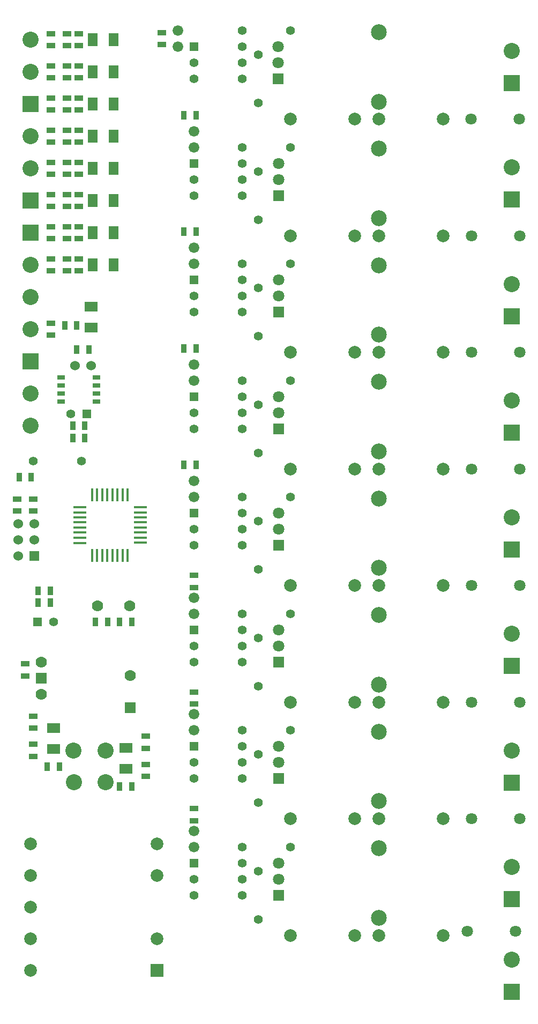
<source format=gbs>
G04 (created by PCBNEW (2013-07-07 BZR 4022)-stable) date 2014.08.18 14:47:36*
%MOIN*%
G04 Gerber Fmt 3.4, Leading zero omitted, Abs format*
%FSLAX34Y34*%
G01*
G70*
G90*
G04 APERTURE LIST*
%ADD10C,0.00590551*%
%ADD11C,0.1*%
%ADD12R,0.1X0.1*%
%ADD13R,0.0787X0.0177*%
%ADD14R,0.0177X0.0787*%
%ADD15R,0.0708661X0.0708661*%
%ADD16C,0.0708661*%
%ADD17R,0.0787402X0.0787402*%
%ADD18C,0.0787402*%
%ADD19R,0.05X0.025*%
%ADD20R,0.06X0.08*%
%ADD21R,0.08X0.06*%
%ADD22R,0.055X0.035*%
%ADD23R,0.035X0.055*%
%ADD24R,0.06X0.06*%
%ADD25C,0.06*%
%ADD26C,0.07*%
%ADD27R,0.07X0.07*%
%ADD28C,0.066*%
%ADD29R,0.055X0.055*%
%ADD30C,0.055*%
%ADD31C,0.0787*%
%ADD32C,0.0984252*%
G04 APERTURE END LIST*
G54D10*
G54D11*
X28250Y-57500D03*
X26250Y-57500D03*
X28234Y-59484D03*
X26266Y-59484D03*
X23578Y-27318D03*
X23578Y-29318D03*
G54D12*
X23578Y-25318D03*
G54D11*
X23578Y-31318D03*
G54D13*
X30396Y-44593D03*
X30396Y-44278D03*
X30396Y-43963D03*
X30396Y-43648D03*
X30396Y-43333D03*
X30396Y-43018D03*
X30396Y-42703D03*
X30396Y-42388D03*
X26630Y-42390D03*
X26630Y-44600D03*
X26630Y-44280D03*
X26630Y-43960D03*
X26630Y-43650D03*
X26630Y-43330D03*
X26630Y-43020D03*
X26630Y-42700D03*
G54D14*
X29612Y-41600D03*
X29298Y-41600D03*
X28982Y-41600D03*
X28668Y-41600D03*
X28352Y-41600D03*
X28038Y-41600D03*
X27722Y-41600D03*
X27408Y-41600D03*
X29610Y-45380D03*
X29300Y-45380D03*
X28980Y-45380D03*
X28670Y-45380D03*
X28360Y-45380D03*
X28040Y-45380D03*
X27720Y-45380D03*
X27400Y-45380D03*
G54D15*
X39000Y-23000D03*
G54D16*
X39000Y-22000D03*
X39000Y-21000D03*
G54D15*
X39000Y-37500D03*
G54D16*
X39000Y-36500D03*
X39000Y-35500D03*
G54D15*
X39000Y-52000D03*
G54D16*
X39000Y-51000D03*
X39000Y-50000D03*
G54D15*
X39000Y-59250D03*
G54D16*
X39000Y-58250D03*
X39000Y-57250D03*
G54D15*
X38980Y-15755D03*
G54D16*
X38980Y-14755D03*
X38980Y-13755D03*
G54D15*
X39000Y-44750D03*
G54D16*
X39000Y-43750D03*
X39000Y-42750D03*
G54D15*
X39000Y-66500D03*
G54D16*
X39000Y-65500D03*
X39000Y-64500D03*
G54D15*
X39000Y-30250D03*
G54D16*
X39000Y-29250D03*
X39000Y-28250D03*
G54D17*
X31437Y-71187D03*
G54D18*
X31437Y-69218D03*
X31437Y-65281D03*
X31437Y-63312D03*
X23562Y-63312D03*
X23562Y-65281D03*
X23562Y-67250D03*
X23562Y-69218D03*
X23562Y-71187D03*
G54D19*
X27678Y-34318D03*
X27678Y-34818D03*
X27678Y-35318D03*
X27678Y-35818D03*
X25478Y-35818D03*
X25478Y-35318D03*
X25478Y-34818D03*
X25478Y-34318D03*
G54D20*
X28728Y-19318D03*
X27428Y-19318D03*
X28728Y-21318D03*
X27428Y-21318D03*
X28728Y-23318D03*
X27428Y-23318D03*
X28728Y-13318D03*
X27428Y-13318D03*
X28728Y-17318D03*
X27428Y-17318D03*
X28728Y-15318D03*
X27428Y-15318D03*
X28728Y-27318D03*
X27428Y-27318D03*
G54D21*
X25000Y-57400D03*
X25000Y-56100D03*
G54D20*
X28728Y-25318D03*
X27428Y-25318D03*
G54D21*
X27328Y-29918D03*
X27328Y-31218D03*
X29500Y-58650D03*
X29500Y-57350D03*
G54D22*
X23250Y-52125D03*
X23250Y-52875D03*
X23750Y-41875D03*
X23750Y-42625D03*
G54D23*
X23625Y-40500D03*
X22875Y-40500D03*
X26453Y-32568D03*
X27203Y-32568D03*
G54D22*
X22750Y-42625D03*
X22750Y-41875D03*
G54D23*
X29125Y-49500D03*
X29875Y-49500D03*
G54D22*
X23750Y-56125D03*
X23750Y-55375D03*
X30750Y-57375D03*
X30750Y-56625D03*
G54D23*
X24056Y-48328D03*
X24806Y-48328D03*
X24056Y-47578D03*
X24806Y-47578D03*
X26953Y-37318D03*
X26203Y-37318D03*
X26953Y-38068D03*
X26203Y-38068D03*
G54D22*
X23750Y-57125D03*
X23750Y-57875D03*
X30750Y-58375D03*
X30750Y-59125D03*
X24828Y-31693D03*
X24828Y-30943D03*
G54D23*
X25703Y-31068D03*
X26453Y-31068D03*
X33125Y-32500D03*
X33875Y-32500D03*
G54D22*
X24828Y-17693D03*
X24828Y-16943D03*
X25828Y-19693D03*
X25828Y-18943D03*
X26578Y-18943D03*
X26578Y-19693D03*
X24828Y-19693D03*
X24828Y-18943D03*
X25828Y-21693D03*
X25828Y-20943D03*
X26578Y-20943D03*
X26578Y-21693D03*
X24828Y-21693D03*
X24828Y-20943D03*
X25828Y-23693D03*
X25828Y-22943D03*
X26578Y-22943D03*
X26578Y-23693D03*
X24828Y-23693D03*
X24828Y-22943D03*
G54D23*
X28375Y-49500D03*
X27625Y-49500D03*
X33125Y-25250D03*
X33875Y-25250D03*
G54D22*
X33750Y-61125D03*
X33750Y-61875D03*
X33750Y-53875D03*
X33750Y-54625D03*
X33750Y-46625D03*
X33750Y-47375D03*
G54D23*
X33125Y-39750D03*
X33875Y-39750D03*
X33125Y-18000D03*
X33875Y-18000D03*
G54D22*
X31730Y-13630D03*
X31730Y-12880D03*
X26578Y-16943D03*
X26578Y-17693D03*
X25828Y-25693D03*
X25828Y-24943D03*
X26578Y-24943D03*
X26578Y-25693D03*
X24828Y-25693D03*
X24828Y-24943D03*
X25828Y-27693D03*
X25828Y-26943D03*
X26578Y-26943D03*
X26578Y-27693D03*
X24828Y-27693D03*
X24828Y-26943D03*
X25828Y-13693D03*
X25828Y-12943D03*
X26578Y-12943D03*
X26578Y-13693D03*
X24828Y-13693D03*
X24828Y-12943D03*
X25828Y-15693D03*
X25828Y-14943D03*
X26578Y-14943D03*
X26578Y-15693D03*
X24828Y-15693D03*
X24828Y-14943D03*
X25828Y-17693D03*
X25828Y-16943D03*
G54D24*
X23818Y-45421D03*
G54D25*
X22818Y-45421D03*
X23818Y-44421D03*
X22818Y-44421D03*
X23818Y-43421D03*
X22818Y-43421D03*
X26328Y-33568D03*
X27328Y-33568D03*
G54D26*
X24250Y-54000D03*
G54D27*
X24250Y-53000D03*
G54D26*
X24250Y-52000D03*
G54D28*
X33750Y-48000D03*
X33750Y-49000D03*
X33750Y-55250D03*
X33750Y-56250D03*
X33750Y-62500D03*
X33750Y-63500D03*
X33750Y-40750D03*
X33750Y-41750D03*
X33750Y-33500D03*
X33750Y-34500D03*
X33750Y-26250D03*
X33750Y-27250D03*
X33750Y-19000D03*
X33750Y-20000D03*
X32730Y-12755D03*
X32730Y-13755D03*
G54D29*
X33750Y-35500D03*
G54D30*
X33750Y-36500D03*
X33750Y-37500D03*
X36750Y-37500D03*
X36750Y-36500D03*
X36750Y-35500D03*
G54D29*
X33750Y-64500D03*
G54D30*
X33750Y-65500D03*
X33750Y-66500D03*
X36750Y-66500D03*
X36750Y-65500D03*
X36750Y-64500D03*
G54D29*
X33750Y-57250D03*
G54D30*
X33750Y-58250D03*
X33750Y-59250D03*
X36750Y-59250D03*
X36750Y-58250D03*
X36750Y-57250D03*
G54D29*
X33750Y-50000D03*
G54D30*
X33750Y-51000D03*
X33750Y-52000D03*
X36750Y-52000D03*
X36750Y-51000D03*
X36750Y-50000D03*
G54D29*
X33750Y-42750D03*
G54D30*
X33750Y-43750D03*
X33750Y-44750D03*
X36750Y-44750D03*
X36750Y-43750D03*
X36750Y-42750D03*
G54D29*
X33750Y-28250D03*
G54D30*
X33750Y-29250D03*
X33750Y-30250D03*
X36750Y-30250D03*
X36750Y-29250D03*
X36750Y-28250D03*
G54D29*
X33750Y-21000D03*
G54D30*
X33750Y-22000D03*
X33750Y-23000D03*
X36750Y-23000D03*
X36750Y-22000D03*
X36750Y-21000D03*
G54D29*
X33730Y-13755D03*
G54D30*
X33730Y-14755D03*
X33730Y-15755D03*
X36730Y-15755D03*
X36730Y-14755D03*
X36730Y-13755D03*
G54D12*
X23578Y-33318D03*
G54D11*
X23578Y-35318D03*
X23578Y-37318D03*
G54D12*
X23578Y-17318D03*
G54D11*
X23578Y-15318D03*
X23578Y-13318D03*
G54D12*
X23578Y-23318D03*
G54D11*
X23578Y-21318D03*
X23578Y-19318D03*
G54D12*
X53500Y-23250D03*
G54D11*
X53500Y-21250D03*
G54D12*
X53500Y-66750D03*
G54D11*
X53500Y-64750D03*
G54D12*
X53500Y-37750D03*
G54D11*
X53500Y-35750D03*
G54D12*
X53500Y-52250D03*
G54D11*
X53500Y-50250D03*
G54D12*
X53500Y-30500D03*
G54D11*
X53500Y-28500D03*
G54D12*
X53500Y-45000D03*
G54D11*
X53500Y-43000D03*
G54D12*
X53500Y-72500D03*
G54D11*
X53500Y-70500D03*
G54D12*
X53500Y-16000D03*
G54D11*
X53500Y-14000D03*
G54D12*
X53500Y-59500D03*
G54D11*
X53500Y-57500D03*
G54D29*
X24000Y-49500D03*
G54D30*
X25000Y-49500D03*
G54D29*
X27078Y-36568D03*
G54D30*
X26078Y-36568D03*
G54D31*
X39730Y-18255D03*
X43730Y-18255D03*
X39750Y-69000D03*
X43750Y-69000D03*
X39750Y-40000D03*
X43750Y-40000D03*
X39750Y-25500D03*
X43750Y-25500D03*
X39750Y-54500D03*
X43750Y-54500D03*
X39750Y-47250D03*
X43750Y-47250D03*
X39750Y-61750D03*
X43750Y-61750D03*
X39750Y-32750D03*
X43750Y-32750D03*
X49230Y-18255D03*
X45230Y-18255D03*
X49250Y-25500D03*
X45250Y-25500D03*
X49250Y-32750D03*
X45250Y-32750D03*
X49250Y-54500D03*
X45250Y-54500D03*
X49250Y-47250D03*
X45250Y-47250D03*
X49250Y-40000D03*
X45250Y-40000D03*
X49250Y-61750D03*
X45250Y-61750D03*
X49250Y-69000D03*
X45250Y-69000D03*
G54D30*
X26750Y-39500D03*
X23750Y-39500D03*
G54D16*
X50750Y-68750D03*
X53750Y-68750D03*
X51000Y-40000D03*
X54000Y-40000D03*
X51000Y-61750D03*
X54000Y-61750D03*
X51000Y-47250D03*
X54000Y-47250D03*
X51000Y-54500D03*
X54000Y-54500D03*
X50980Y-18255D03*
X53980Y-18255D03*
X51000Y-25500D03*
X54000Y-25500D03*
X51000Y-32750D03*
X54000Y-32750D03*
G54D32*
X45250Y-20084D03*
X45250Y-24415D03*
X45250Y-27334D03*
X45250Y-31665D03*
X45250Y-49084D03*
X45250Y-53415D03*
X45250Y-41834D03*
X45250Y-46165D03*
X45250Y-34584D03*
X45250Y-38915D03*
X45250Y-56334D03*
X45250Y-60665D03*
X45250Y-63584D03*
X45250Y-67915D03*
G54D30*
X39750Y-41750D03*
X36750Y-41750D03*
X39750Y-27250D03*
X36750Y-27250D03*
X39750Y-49000D03*
X36750Y-49000D03*
X39750Y-63500D03*
X36750Y-63500D03*
X39750Y-20000D03*
X36750Y-20000D03*
X39750Y-34500D03*
X36750Y-34500D03*
X39750Y-56250D03*
X36750Y-56250D03*
X39730Y-12755D03*
X36730Y-12755D03*
X37750Y-28750D03*
X37750Y-31750D03*
X37750Y-43250D03*
X37750Y-46250D03*
X37750Y-50500D03*
X37750Y-53500D03*
X37750Y-21500D03*
X37750Y-24500D03*
X37730Y-14255D03*
X37730Y-17255D03*
X37750Y-65000D03*
X37750Y-68000D03*
X37750Y-36000D03*
X37750Y-39000D03*
X37750Y-57750D03*
X37750Y-60750D03*
G54D32*
X45230Y-12840D03*
X45230Y-17171D03*
G54D23*
X24625Y-58500D03*
X25375Y-58500D03*
X29875Y-59750D03*
X29125Y-59750D03*
G54D27*
X29781Y-54842D03*
G54D26*
X29781Y-52842D03*
X29750Y-48500D03*
X27750Y-48500D03*
M02*

</source>
